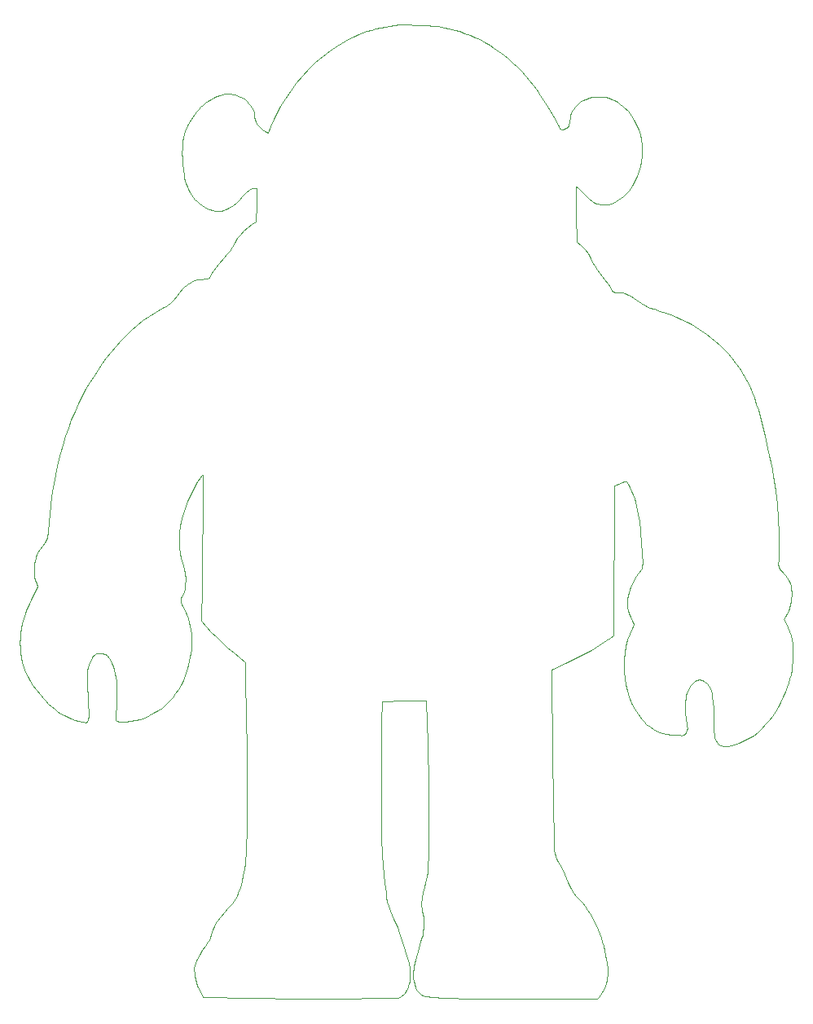
<source format=gbr>
%TF.GenerationSoftware,KiCad,Pcbnew,8.0.1*%
%TF.CreationDate,2024-04-02T10:46:19+02:00*%
%TF.ProjectId,ROBO_III,524f424f-5f49-4494-992e-6b696361645f,rev?*%
%TF.SameCoordinates,Original*%
%TF.FileFunction,Profile,NP*%
%FSLAX46Y46*%
G04 Gerber Fmt 4.6, Leading zero omitted, Abs format (unit mm)*
G04 Created by KiCad (PCBNEW 8.0.1) date 2024-04-02 10:46:19*
%MOMM*%
%LPD*%
G01*
G04 APERTURE LIST*
%TA.AperFunction,Profile*%
%ADD10C,0.100000*%
%TD*%
G04 APERTURE END LIST*
D10*
X48619000Y-68070200D02*
X48640400Y-68106100D01*
X71367100Y-116221000D02*
X71246800Y-116572000D01*
X93027600Y-69366600D02*
X93203700Y-69736900D01*
X87179600Y-111463700D02*
X86942000Y-111111400D01*
X31400900Y-76323800D02*
X31320300Y-76514500D01*
X67677200Y-111450300D02*
X67552200Y-110482400D01*
X50853300Y-45458500D02*
X50277500Y-46106700D01*
X85137300Y-106408200D02*
X84975700Y-97364200D01*
X32371900Y-74732100D02*
X32175800Y-75092600D01*
X54221800Y-38220200D02*
X54195600Y-39978600D01*
X52030700Y-28558900D02*
X51761900Y-28494700D01*
X54564900Y-31914900D02*
X54345300Y-31658900D01*
X72032000Y-109262500D02*
X71915800Y-109808500D01*
X37832400Y-86568400D02*
X37967200Y-86564700D01*
X89693500Y-115282000D02*
X89508000Y-114858000D01*
X47334000Y-48046700D02*
X47115800Y-48178800D01*
X40432600Y-93674500D02*
X40573400Y-93692800D01*
X42590000Y-93265400D02*
X43061300Y-93059100D01*
X47287200Y-38639500D02*
X47452800Y-38910100D01*
X87578300Y-29527300D02*
X87339900Y-29775600D01*
X39161400Y-87590300D02*
X39303400Y-87955600D01*
X108152300Y-69632600D02*
X107941200Y-68174800D01*
X50554200Y-40594100D02*
X50767900Y-40545500D01*
X47833400Y-39412800D02*
X48047900Y-39641000D01*
X70587700Y-119077000D02*
X70541100Y-119397000D01*
X92463000Y-89179300D02*
X92577800Y-89841800D01*
X81929200Y-122539000D02*
X85779800Y-122537000D01*
X58329400Y-27314900D02*
X57748800Y-28095400D01*
X85682800Y-31922500D02*
X85657000Y-31816100D01*
X46298300Y-73411700D02*
X46397400Y-72864800D01*
X53956500Y-30574800D02*
X53962100Y-30401800D01*
X38496900Y-86722000D02*
X38617200Y-86799200D01*
X39419700Y-88325300D02*
X39512500Y-88698900D01*
X50063600Y-28703700D02*
X49756300Y-28839700D01*
X46482100Y-34591500D02*
X46497100Y-35164600D01*
X48523700Y-40041500D02*
X48784500Y-40209900D01*
X97754800Y-95106300D02*
X98225700Y-95103000D01*
X109975000Y-86504500D02*
X109953000Y-86051300D01*
X53222400Y-29235600D02*
X53011600Y-29056600D01*
X48897100Y-117030000D02*
X48596500Y-117457000D01*
X67205500Y-99799600D02*
X67215800Y-97851500D01*
X34568300Y-93232600D02*
X34937600Y-93393700D01*
X86540500Y-110365600D02*
X86204300Y-109585100D01*
X48471800Y-83183100D02*
X48976700Y-83795300D01*
X94729600Y-93938900D02*
X95097000Y-94243000D01*
X93506000Y-37514700D02*
X93749400Y-37019200D01*
X109946700Y-87414200D02*
X109972600Y-86959300D01*
X36107200Y-93719000D02*
X36516800Y-93769000D01*
X32511200Y-74347200D02*
X32450200Y-74543400D01*
X67726600Y-111932500D02*
X67677200Y-111450300D01*
X87421000Y-38081500D02*
X87580800Y-38191500D01*
X72073300Y-100374400D02*
X72089200Y-102596400D01*
X71779000Y-110354500D02*
X71638600Y-110901200D01*
X31103000Y-78312900D02*
X31149300Y-78660600D01*
X31712600Y-75785100D02*
X31495200Y-76139600D01*
X36712900Y-92031400D02*
X36693500Y-91728300D01*
X47806800Y-47825800D02*
X47562800Y-47910500D01*
X53222900Y-99783800D02*
X53224900Y-102226800D01*
X109529200Y-78993700D02*
X109373200Y-78710100D01*
X104439900Y-56982700D02*
X104050800Y-56426300D01*
X92493500Y-68745900D02*
X92576100Y-68752600D01*
X76385800Y-22334670D02*
X75856100Y-22131680D01*
X88855500Y-113635200D02*
X88606100Y-113245900D01*
X47138300Y-38358800D02*
X47287200Y-38639500D01*
X93077000Y-82822900D02*
X93288700Y-83194100D01*
X107102500Y-93997400D02*
X107475600Y-93567000D01*
X50767900Y-40545500D02*
X50976600Y-40477900D01*
X92464100Y-49187300D02*
X92244700Y-49133300D01*
X53293400Y-42324600D02*
X52905100Y-42672600D01*
X47529500Y-69721300D02*
X47793500Y-69230800D01*
X88748200Y-28883100D02*
X88430100Y-28993000D01*
X68870300Y-122380000D02*
X69089600Y-122297000D01*
X92951200Y-91128400D02*
X93210100Y-91744800D01*
X94273900Y-34873700D02*
X94292600Y-34317700D01*
X36693500Y-91728300D02*
X36711200Y-91433600D01*
X90534500Y-39955100D02*
X90816300Y-39915800D01*
X69737000Y-121734000D02*
X69847300Y-121547000D01*
X93879700Y-72095800D02*
X93999200Y-72910100D01*
X108481100Y-76990900D02*
X108494200Y-75516800D01*
X69939200Y-121348000D02*
X70014100Y-121137000D01*
X45042200Y-50367100D02*
X44835800Y-50507100D01*
X91998300Y-29496200D02*
X91718700Y-29304200D01*
X53224900Y-102226800D02*
X53195700Y-104664000D01*
X46762800Y-32333500D02*
X46630200Y-32888600D01*
X56019000Y-31091700D02*
X55698000Y-31785200D01*
X93458300Y-31144500D02*
X93161200Y-30682500D01*
X36736500Y-93375800D02*
X36771500Y-93235600D01*
X48321800Y-47749800D02*
X48061400Y-47777400D01*
X36711200Y-91433600D02*
X36687700Y-90867700D01*
X80835400Y-25189600D02*
X80361700Y-24770100D01*
X91352500Y-39748500D02*
X91606100Y-39625300D01*
X106148900Y-60666500D02*
X105925700Y-60021300D01*
X41604500Y-93563000D02*
X42103800Y-93434000D01*
X85033700Y-30716900D02*
X84379100Y-29629700D01*
X77920200Y-23070730D02*
X77418700Y-22804440D01*
X68102600Y-113316600D02*
X67946800Y-112863900D01*
X70501400Y-120035000D02*
X70513600Y-120352000D01*
X46184800Y-75069000D02*
X46190400Y-74514900D01*
X30202000Y-88527900D02*
X30414700Y-88995500D01*
X65236300Y-22113050D02*
X64787400Y-22292740D01*
X100313800Y-89338400D02*
X100442500Y-89366100D01*
X46350200Y-89865500D02*
X46578200Y-89401700D01*
X90355500Y-121372000D02*
X90452200Y-121115000D01*
X93916900Y-32142800D02*
X93710200Y-31632700D01*
X48589800Y-68056200D02*
X48619000Y-68070200D01*
X50108300Y-114471800D02*
X49948400Y-114728000D01*
X98822700Y-93400800D02*
X98764600Y-92799000D01*
X54167500Y-31376200D02*
X54039200Y-31070100D01*
X37342100Y-86785100D02*
X37453400Y-86698600D01*
X106704400Y-94401700D02*
X107102500Y-93997400D01*
X86928900Y-30457200D02*
X86856800Y-30667100D01*
X39762200Y-93662600D02*
X39912200Y-93684100D01*
X90646300Y-120318000D02*
X90679200Y-120045000D01*
X93716000Y-71290100D02*
X93879700Y-72095800D01*
X93398700Y-83658400D02*
X93373600Y-83751200D01*
X34629900Y-63152100D02*
X34329900Y-64018000D01*
X37241400Y-86894800D02*
X37342100Y-86785100D01*
X30414700Y-88995500D02*
X30661900Y-89447600D01*
X52309500Y-111528300D02*
X52181900Y-111823800D01*
X95916900Y-94708300D02*
X96359300Y-94872300D01*
X50635300Y-85495300D02*
X51224300Y-86026000D01*
X100050800Y-89353300D02*
X100182900Y-89333400D01*
X69284800Y-122188000D02*
X69457000Y-122056000D01*
X94242300Y-77790200D02*
X93884800Y-78298100D01*
X98970200Y-90706600D02*
X99078100Y-90433500D01*
X92220500Y-29670000D02*
X91998300Y-29496200D01*
X51179900Y-40392700D02*
X51377600Y-40291600D01*
X53031700Y-38785900D02*
X53201400Y-38631400D01*
X50113000Y-40627200D02*
X50335800Y-40621800D01*
X94295700Y-77503700D02*
X94242300Y-77790200D01*
X70541100Y-119397000D02*
X70511500Y-119717000D01*
X109898300Y-87868000D02*
X109946700Y-87414200D01*
X31157200Y-80372900D02*
X30783300Y-81054700D01*
X90696300Y-119771000D02*
X90697600Y-119496000D01*
X64787400Y-22292740D02*
X64344800Y-22487600D01*
X32797600Y-71184800D02*
X32702800Y-72097900D01*
X29878100Y-87554200D02*
X30023300Y-88046700D01*
X98953700Y-94592300D02*
X98977100Y-94384500D01*
X94808500Y-50574100D02*
X94607300Y-50469100D01*
X91342900Y-84714300D02*
X91434700Y-69118600D01*
X90154500Y-116591000D02*
X90016800Y-116149000D01*
X75856100Y-22131680D02*
X75318600Y-21950270D01*
X39618300Y-93329600D02*
X39598100Y-93423200D01*
X51922100Y-43889600D02*
X51653700Y-44338400D01*
X87512800Y-43817800D02*
X87454500Y-40934800D01*
X30596200Y-81395900D02*
X30422500Y-81743500D01*
X74231000Y-122416000D02*
X76154800Y-122475000D01*
X55397600Y-32487800D02*
X55098700Y-32332800D01*
X48596500Y-117457000D02*
X48303200Y-117887000D01*
X36866700Y-58443000D02*
X36477100Y-59114200D01*
X95589700Y-50823700D02*
X95016000Y-50664900D01*
X105681300Y-59386000D02*
X105413000Y-58762400D01*
X71592500Y-114776000D02*
X71575400Y-115141000D01*
X90593800Y-85271100D02*
X90972500Y-84999300D01*
X47793500Y-69230800D02*
X48074900Y-68752900D01*
X52219900Y-43459400D02*
X51922100Y-43889600D01*
X61835200Y-23950880D02*
X61060700Y-24540400D01*
X43691900Y-51112500D02*
X43038700Y-51535500D01*
X98785400Y-94945200D02*
X98889900Y-94784000D01*
X93463900Y-49698900D02*
X93078700Y-49457300D01*
X46458800Y-81518900D02*
X46383600Y-81305100D01*
X42408500Y-51988900D02*
X41801000Y-52470800D01*
X88430100Y-28993000D02*
X88126800Y-29136600D01*
X92720100Y-68828000D02*
X92779400Y-68902500D01*
X52830400Y-109667500D02*
X52697300Y-110301100D01*
X67192900Y-103691000D02*
X67192200Y-101746100D01*
X108950100Y-91127200D02*
X109164000Y-90602700D01*
X36784900Y-92644200D02*
X36712900Y-92031400D01*
X86942000Y-111111400D02*
X86730600Y-110744300D01*
X87428100Y-39496600D02*
X87421000Y-38081500D01*
X81290400Y-25627600D02*
X80835400Y-25189600D01*
X90972500Y-84999300D02*
X91342900Y-84714300D01*
X99786300Y-89477500D02*
X99918300Y-89400600D01*
X89945700Y-39932600D02*
X90244200Y-39961400D01*
X86204300Y-109585100D02*
X85893700Y-108794400D01*
X88661500Y-45059600D02*
X88315500Y-44612900D01*
X85955900Y-32151100D02*
X85886700Y-32140300D01*
X109590800Y-81854200D02*
X109683900Y-81535800D01*
X46578200Y-89401700D02*
X46772300Y-88923900D01*
X87356900Y-87105300D02*
X88190600Y-86687800D01*
X47971100Y-120798000D02*
X48084600Y-121113000D01*
X85886700Y-32140300D02*
X85823400Y-32113700D01*
X89357100Y-46339700D02*
X89140900Y-45950900D01*
X92879900Y-49352100D02*
X92675400Y-49261100D01*
X53996100Y-30909400D02*
X53968200Y-30744200D01*
X92603600Y-85832000D02*
X92480600Y-86493000D01*
X98764600Y-92799000D02*
X98745100Y-92186900D01*
X67304700Y-107575100D02*
X67224700Y-105634100D01*
X46914200Y-48329800D02*
X46726500Y-48496600D01*
X82553900Y-27038800D02*
X82148700Y-26553600D01*
X38829600Y-86992300D02*
X38917800Y-87106000D01*
X85295100Y-107661900D02*
X85195900Y-107362600D01*
X46655400Y-36870600D02*
X46716300Y-37173000D01*
X54818600Y-32140700D02*
X54564900Y-31914900D01*
X32175800Y-75092600D02*
X31947800Y-75439900D01*
X85779800Y-122537000D02*
X89630000Y-122540000D01*
X46892100Y-37774500D02*
X47006600Y-38069800D01*
X89757700Y-28748800D02*
X89415400Y-28761600D01*
X93373600Y-83751200D02*
X93326600Y-83843800D01*
X52181900Y-111823800D02*
X52040200Y-112113800D01*
X48911100Y-29372700D02*
X48654700Y-29586900D01*
X101589700Y-91070100D02*
X101663400Y-91651400D01*
X31256600Y-76713200D02*
X31212800Y-76921100D01*
X53198500Y-97337000D02*
X53222900Y-99783800D01*
X93710200Y-31632700D02*
X93458300Y-31144500D01*
X92779400Y-68902500D02*
X92828900Y-69005600D01*
X29860600Y-83462500D02*
X29756400Y-83968700D01*
X89140900Y-45950900D02*
X88962100Y-45538500D01*
X92303400Y-39126000D02*
X92513300Y-38924400D01*
X84975700Y-97364200D02*
X84839000Y-88319800D01*
X90679200Y-120045000D02*
X90696300Y-119771000D01*
X76154800Y-122475000D02*
X78079200Y-122511000D01*
X108447100Y-77168700D02*
X108481100Y-76990900D01*
X37700600Y-86591200D02*
X37832400Y-86568400D01*
X71409900Y-21304850D02*
X70840800Y-21304740D01*
X50933200Y-28464600D02*
X50656800Y-28512500D01*
X67565200Y-21457040D02*
X67089000Y-21554480D01*
X51139400Y-45133700D02*
X50853300Y-45458500D01*
X71347800Y-122041000D02*
X71542800Y-122139000D01*
X32569000Y-73926600D02*
X32551900Y-74142000D01*
X47031600Y-88160000D02*
X47140700Y-87768800D01*
X98977100Y-94384500D02*
X98960300Y-94175000D01*
X93210100Y-91744800D02*
X93517300Y-92337900D01*
X109347300Y-82466900D02*
X109478000Y-82165300D01*
X93288700Y-83194100D02*
X93369200Y-83379900D01*
X47851800Y-118791000D02*
X47787800Y-119033000D01*
X47376800Y-84138700D02*
X47306700Y-83740300D01*
X53587600Y-29651300D02*
X53415100Y-29434200D01*
X88315500Y-44612900D02*
X87930400Y-44198900D01*
X33582400Y-66664100D02*
X33381400Y-67559400D01*
X67089000Y-21554480D02*
X66617800Y-21669230D01*
X36104400Y-59791300D02*
X35693000Y-60614400D01*
X66340200Y-122456000D02*
X68870300Y-122380000D01*
X51761900Y-28494700D02*
X51487900Y-28456800D01*
X102485300Y-96172400D02*
X102725000Y-96253200D01*
X44835800Y-50507100D02*
X44612200Y-50626300D01*
X47446200Y-47971200D02*
X47334000Y-48046700D01*
X92828900Y-69005600D02*
X93027600Y-69366600D01*
X48666800Y-68589600D02*
X48668800Y-68914700D01*
X47635000Y-39168500D02*
X47833400Y-39412800D01*
X109755900Y-81212300D02*
X109804900Y-80886000D01*
X33047000Y-69364900D02*
X32912100Y-70273500D01*
X37453400Y-86698600D02*
X37573600Y-86634300D01*
X34956500Y-62295600D02*
X34629900Y-63152100D01*
X82944400Y-27536800D02*
X82553900Y-27038800D01*
X69552100Y-117206000D02*
X69180600Y-116152000D01*
X39672500Y-89839300D02*
X39693900Y-90224400D01*
X67214300Y-93747600D02*
X67241400Y-91593200D01*
X45799800Y-90742900D02*
X46090200Y-90313300D01*
X100806700Y-89561100D02*
X101022300Y-89760900D01*
X52905100Y-42672600D02*
X52547400Y-43052300D01*
X46090200Y-90313300D02*
X46350200Y-89865500D01*
X87761800Y-112142400D02*
X87448400Y-111798300D01*
X63479400Y-22921050D02*
X63057100Y-23158790D01*
X88583500Y-39167700D02*
X88876400Y-39438700D01*
X31098800Y-77612200D02*
X31086200Y-77962600D01*
X50062000Y-84948600D02*
X50635300Y-85495300D01*
X44763600Y-91900900D02*
X45134700Y-91538900D01*
X47769100Y-119816000D02*
X47807500Y-120151000D01*
X71366500Y-112554200D02*
X71365300Y-112832500D01*
X67368000Y-108544800D02*
X67304700Y-107575100D01*
X103160400Y-55381100D02*
X102748400Y-54946800D01*
X47750200Y-119284000D02*
X47742800Y-119545000D01*
X32017700Y-91246100D02*
X32295100Y-91546000D01*
X31329800Y-79337400D02*
X31464000Y-79661600D01*
X52932600Y-109025800D02*
X52830400Y-109667500D01*
X49461800Y-28997500D02*
X49180100Y-29175700D01*
X98453500Y-95119100D02*
X98551900Y-95098700D01*
X34209700Y-93048000D02*
X34568300Y-93232600D01*
X60320800Y-25175000D02*
X59617500Y-25851200D01*
X71978100Y-21328460D02*
X71409900Y-21304850D01*
X109181300Y-78441400D02*
X108952100Y-78190000D01*
X38237900Y-86611000D02*
X38369800Y-86658900D01*
X71246800Y-116572000D02*
X70889400Y-117805000D01*
X109905700Y-85600900D02*
X109832100Y-85154700D01*
X70513600Y-120352000D02*
X70550800Y-120667000D01*
X92818300Y-80592600D02*
X92765600Y-80898900D01*
X97832200Y-51636300D02*
X97281300Y-51406300D01*
X109737400Y-88766800D02*
X109828200Y-88319300D01*
X108494200Y-75516800D02*
X108473200Y-74041900D01*
X94324200Y-76904000D02*
X94321000Y-77207700D01*
X63908700Y-22697170D02*
X63479400Y-22921050D01*
X84379100Y-29629700D02*
X83685300Y-28565900D01*
X91419900Y-29139500D02*
X91105300Y-29002800D01*
X54163200Y-41741700D02*
X53712600Y-42012900D01*
X38617200Y-86799200D02*
X38728800Y-86889700D01*
X45480700Y-91152200D02*
X45799800Y-90742900D01*
X36877200Y-87540700D02*
X37001100Y-87282300D01*
X44612200Y-50626300D02*
X44368700Y-50721700D01*
X38142300Y-56483800D02*
X37698900Y-57126000D01*
X71545300Y-114041100D02*
X71582600Y-114408500D01*
X85568700Y-108238800D02*
X85421800Y-107953600D01*
X107035400Y-63969500D02*
X106716400Y-62640800D01*
X47742800Y-119545000D02*
X47769100Y-119816000D01*
X92513300Y-38924400D02*
X92711200Y-38709300D01*
X49655400Y-40563900D02*
X49886100Y-40608400D01*
X103250300Y-96245800D02*
X103812300Y-96108900D01*
X81727900Y-26082800D02*
X81290400Y-25627600D01*
X92405100Y-68755800D02*
X92493500Y-68745900D01*
X67946800Y-112863900D02*
X67819000Y-112403100D01*
X48654700Y-29586900D02*
X48410900Y-29816800D01*
X36646000Y-90299600D02*
X36606600Y-89732400D01*
X94194900Y-33211900D02*
X94078500Y-32670700D01*
X49474100Y-115841000D02*
X49407400Y-116146000D01*
X46726500Y-48496600D02*
X46550100Y-48676400D01*
X85657000Y-31816100D02*
X85033700Y-30716900D01*
X71420100Y-113392500D02*
X71480200Y-113674300D01*
X109953000Y-86051300D02*
X109905700Y-85600900D01*
X50976600Y-40477900D02*
X51179900Y-40392700D01*
X37153500Y-87028800D02*
X37241400Y-86894800D01*
X48551600Y-68067600D02*
X48589800Y-68056200D01*
X43516100Y-92817300D02*
X43952500Y-92542300D01*
X69847300Y-121547000D02*
X69939200Y-121348000D01*
X70014100Y-121137000D02*
X70073000Y-120918000D01*
X39598400Y-93499200D02*
X39617000Y-93559400D01*
X67224700Y-105634100D02*
X67192900Y-103691000D01*
X69020700Y-21272920D02*
X69020700Y-21272920D01*
X98745100Y-92186900D02*
X98754800Y-91881600D01*
X91344900Y-49047100D02*
X91242100Y-48973600D01*
X63057100Y-23158790D02*
X62642100Y-23409960D01*
X68469000Y-114205500D02*
X68279200Y-113763200D01*
X49519400Y-47152000D02*
X49325300Y-47540500D01*
X49673900Y-115265000D02*
X49563600Y-115547000D01*
X37273900Y-57779600D02*
X36866700Y-58443000D01*
X31947800Y-75439900D02*
X31712600Y-75785100D01*
X32886500Y-92110300D02*
X33200100Y-92371200D01*
X47045800Y-31733700D02*
X46762800Y-32333500D01*
X55698000Y-31785200D02*
X55397600Y-32487800D01*
X100442500Y-89366100D02*
X100568200Y-89414000D01*
X101841700Y-95423700D02*
X101941500Y-95663000D01*
X39512500Y-88698900D02*
X39584000Y-89076100D01*
X109731400Y-84713900D02*
X109602600Y-84280100D01*
X51754900Y-40048400D02*
X52105800Y-39761500D01*
X85195900Y-107362600D02*
X85131600Y-107054700D01*
X108307700Y-71097800D02*
X108152300Y-69632600D01*
X88059200Y-112498800D02*
X87761800Y-112142400D01*
X71542800Y-122139000D02*
X71747800Y-122216000D01*
X94311600Y-76594000D02*
X94324200Y-76904000D01*
X67241400Y-91593200D02*
X69555600Y-91531200D01*
X71638600Y-110901200D02*
X71511600Y-111449600D01*
X106716400Y-62640800D02*
X106541700Y-61978200D01*
X74223700Y-21653150D02*
X73668000Y-21537930D01*
X89193300Y-39669700D02*
X89364400Y-39764000D01*
X49747800Y-46787000D02*
X49519400Y-47152000D01*
X94078500Y-32670700D02*
X93916900Y-32142800D01*
X92765600Y-80898900D02*
X92738700Y-81207500D01*
X105834600Y-95119500D02*
X106281600Y-94776700D01*
X36779300Y-87803500D02*
X36877200Y-87540700D01*
X90421400Y-47770700D02*
X89867000Y-47068900D01*
X87580800Y-38191500D02*
X87733500Y-38313700D01*
X47807500Y-120151000D02*
X47876800Y-120477000D01*
X100448200Y-53059300D02*
X99946600Y-52738000D01*
X107475600Y-93567000D02*
X107823100Y-93113400D01*
X31324000Y-80023200D02*
X31157200Y-80372900D01*
X72070200Y-107040700D02*
X72032000Y-109262500D01*
X50850500Y-113504800D02*
X50463100Y-113978800D01*
X109829600Y-80559100D02*
X109828100Y-80233900D01*
X41215600Y-52979300D02*
X40651900Y-53512500D01*
X100568200Y-89414000D02*
X100689900Y-89479800D01*
X30783300Y-81054700D02*
X30596200Y-81395900D01*
X108440100Y-92148700D02*
X108708700Y-91643500D01*
X53712600Y-42012900D02*
X53293400Y-42324600D01*
X36589700Y-89169600D02*
X36615600Y-88614400D01*
X50335800Y-40621800D02*
X50554200Y-40594100D01*
X73668000Y-21537930D02*
X73108000Y-21445240D01*
X51414200Y-44801500D02*
X51139400Y-45133700D01*
X33861900Y-92841800D02*
X34209700Y-93048000D01*
X67552200Y-110482400D02*
X67449800Y-109513900D01*
X47425600Y-84540500D02*
X47376800Y-84138700D01*
X90382100Y-117490000D02*
X90276300Y-117038000D01*
X103812300Y-96108900D02*
X104352200Y-95924900D01*
X48410900Y-29816800D02*
X48179400Y-30060700D01*
X38728800Y-86889700D02*
X38829600Y-86992300D01*
X71915800Y-109808500D02*
X71779000Y-110354500D01*
X43952500Y-92542300D02*
X44368900Y-92236100D01*
X67215800Y-97851500D02*
X67206000Y-95902200D01*
X36651000Y-88340800D02*
X36704700Y-88070400D01*
X39702600Y-90999300D02*
X39680900Y-91777600D01*
X92396000Y-88509300D02*
X92463000Y-89179300D01*
X93544300Y-78837100D02*
X93240300Y-79402500D01*
X90653100Y-118946000D02*
X90607400Y-118673000D01*
X98225700Y-95103000D02*
X98344800Y-95121100D01*
X47452200Y-85757700D02*
X47462600Y-85351000D01*
X39584000Y-89076100D02*
X39636600Y-89456400D01*
X46539900Y-77234800D02*
X46379200Y-76728000D01*
X48278000Y-39851300D02*
X48523700Y-40041500D01*
X67819000Y-112403100D02*
X67726600Y-111932500D01*
X43061300Y-93059100D02*
X43516100Y-92817300D01*
X38604700Y-55855200D02*
X38142300Y-56483800D01*
X92991000Y-84549700D02*
X92773700Y-85182900D01*
X48074900Y-68752900D02*
X48372200Y-68288500D01*
X31224900Y-79002900D02*
X31329800Y-79337400D01*
X89306400Y-114441900D02*
X89089000Y-114034100D01*
X90778400Y-28894800D02*
X90442600Y-28816000D01*
X109164000Y-90602700D02*
X109349900Y-90072900D01*
X109497300Y-89644900D02*
X109626700Y-89209100D01*
X92738700Y-81207500D02*
X92740200Y-81517800D01*
X109349900Y-90072900D02*
X109497300Y-89644900D01*
X101704400Y-92813900D02*
X101706800Y-93981300D01*
X31464000Y-79661600D02*
X31324000Y-80023200D01*
X97281300Y-51406300D02*
X96723300Y-51194300D01*
X46543000Y-33451400D02*
X46495500Y-34019800D01*
X85131600Y-107054700D02*
X85109600Y-106736900D01*
X48976700Y-83795300D02*
X49507900Y-84382800D01*
X70615700Y-120978000D02*
X70710800Y-121287000D01*
X101532900Y-90779100D02*
X101589700Y-91070100D01*
X34055900Y-64892600D02*
X33806900Y-65774900D01*
X48645100Y-72481900D02*
X48591200Y-76049000D01*
X54345300Y-31658900D02*
X54167500Y-31376200D01*
X41801000Y-52470800D02*
X41215600Y-52979300D01*
X33806900Y-65774900D02*
X33582400Y-66664100D01*
X36615600Y-88614400D02*
X36651000Y-88340800D01*
X91089100Y-39846200D02*
X91352500Y-39748500D01*
X72088800Y-104818600D02*
X72070200Y-107040700D01*
X53962100Y-30401800D02*
X53863300Y-30136200D01*
X43038700Y-51535500D02*
X42408500Y-51988900D01*
X46776400Y-82156200D02*
X46556200Y-81732200D01*
X109828200Y-88319300D02*
X109898300Y-87868000D01*
X90442600Y-28816000D02*
X90101200Y-28767200D01*
X96723300Y-51194300D02*
X96159100Y-51000100D01*
X48591200Y-76049000D02*
X48526900Y-79616000D01*
X89089000Y-114034100D02*
X88855500Y-113635200D01*
X88126800Y-29136600D02*
X87841700Y-29314500D01*
X89863100Y-115712000D02*
X89693500Y-115282000D01*
X89739200Y-39898000D02*
X89945700Y-39932600D01*
X102086700Y-95871400D02*
X102270300Y-96043200D01*
X99946600Y-52738000D02*
X99433200Y-52435100D01*
X109651100Y-79290200D02*
X109529200Y-78993700D01*
X91242100Y-48973600D02*
X91154400Y-48877500D01*
X70550800Y-120667000D02*
X70615700Y-120978000D01*
X65691100Y-21948940D02*
X65236300Y-22113050D01*
X89807500Y-122325000D02*
X89968800Y-122099000D01*
X48061400Y-47777400D02*
X47806800Y-47825800D01*
X92740500Y-90492800D02*
X92951200Y-91128400D01*
X71878100Y-91493600D02*
X71998700Y-95932000D01*
X108710500Y-77938300D02*
X108611900Y-77800400D01*
X53737700Y-29885600D02*
X53587600Y-29651300D01*
X68531300Y-21315830D02*
X68046000Y-21377350D01*
X36684000Y-93511800D02*
X36736500Y-93375800D01*
X48047900Y-39641000D02*
X48278000Y-39851300D01*
X85893700Y-108794400D02*
X85568700Y-108238800D01*
X51224300Y-86026000D02*
X51825500Y-86543500D01*
X93369200Y-83379900D02*
X93404500Y-83565600D01*
X32295100Y-91546000D02*
X32584700Y-91834700D01*
X103625200Y-55891800D02*
X103160400Y-55381100D01*
X94607300Y-50469100D02*
X94218700Y-50227600D01*
X105118400Y-58152700D02*
X104794900Y-57558800D01*
X90546100Y-118402000D02*
X90472100Y-117945000D01*
X30422500Y-81743500D02*
X30272200Y-82101900D01*
X92740200Y-81517800D02*
X92772400Y-81829100D01*
X92404900Y-87162200D02*
X92376700Y-87835600D01*
X70511500Y-119717000D02*
X70501400Y-120035000D01*
X39651900Y-93605600D02*
X39701000Y-93639400D01*
X105925700Y-60021300D02*
X105681300Y-59386000D01*
X108473200Y-74041900D02*
X108412800Y-72568200D01*
X53011200Y-108380200D02*
X52932600Y-109025800D01*
X93884800Y-78298100D02*
X93544300Y-78837100D01*
X69020700Y-21272920D02*
X68531300Y-21315830D01*
X70994400Y-121770000D02*
X71164500Y-121919000D01*
X30155200Y-82475900D02*
X29993800Y-82964100D01*
X92837800Y-82140900D02*
X92938600Y-82452600D01*
X101941500Y-95663000D02*
X102086700Y-95871400D01*
X37967200Y-86564700D02*
X38103100Y-86579200D01*
X92652000Y-68779000D02*
X92720100Y-68828000D01*
X102319200Y-54531500D02*
X101873600Y-54135200D01*
X46772500Y-78289000D02*
X46674600Y-77757200D01*
X89545900Y-39840900D02*
X89739200Y-39898000D01*
X94087700Y-73724900D02*
X94223800Y-75323700D01*
X93240300Y-79402500D02*
X93108000Y-79693500D01*
X101794100Y-95159600D02*
X101841700Y-95423700D01*
X29993800Y-82964100D02*
X29860600Y-83462500D01*
X47939000Y-118556000D02*
X47851800Y-118791000D01*
X87448400Y-111798300D02*
X87179600Y-111463700D01*
X51377600Y-40291600D02*
X51754900Y-40048400D01*
X52526100Y-110922700D02*
X52309500Y-111528300D01*
X52784900Y-28898300D02*
X52544400Y-28761800D01*
X87733500Y-38313700D02*
X88023600Y-38585400D01*
X99918300Y-89400600D02*
X100050800Y-89353300D01*
X70840800Y-21304740D02*
X69931000Y-21276900D01*
X98551900Y-95098700D02*
X98640000Y-95061700D01*
X86106100Y-32131800D02*
X85955900Y-32151100D01*
X107330700Y-65289400D02*
X107035400Y-63969500D01*
X47753300Y-30584800D02*
X47375600Y-31146600D01*
X104352200Y-95924900D02*
X104869400Y-95696600D01*
X88023600Y-38585400D02*
X88583500Y-39167700D01*
X68858700Y-115084000D02*
X68469000Y-114205500D01*
X69931000Y-21276900D02*
X69020700Y-21272920D01*
X92938600Y-82452600D02*
X92988000Y-82637500D01*
X46716300Y-37173000D02*
X46795300Y-37474900D01*
X47006600Y-38069800D02*
X47138300Y-38358800D01*
X47100100Y-82957900D02*
X46962100Y-82575700D01*
X88340600Y-112866900D02*
X88059200Y-112498800D01*
X104050800Y-56426300D02*
X103625200Y-55891800D01*
X46341000Y-80876400D02*
X46475100Y-80635700D01*
X38103100Y-86579200D02*
X38237900Y-86611000D01*
X91718700Y-29304200D02*
X91419900Y-29139500D01*
X87019000Y-30254200D02*
X86928900Y-30457200D01*
X46878700Y-82366600D02*
X46776400Y-82156200D01*
X109740500Y-79597200D02*
X109651100Y-79290200D01*
X47876800Y-120477000D02*
X47971100Y-120798000D01*
X70139200Y-119353000D02*
X70035800Y-118805000D01*
X46795300Y-37474900D02*
X46892100Y-37774500D01*
X104869400Y-95696600D02*
X105363700Y-95427200D01*
X44368700Y-50721700D02*
X43691900Y-51112500D01*
X33525300Y-92615600D02*
X33861900Y-92841800D01*
X39680900Y-91777600D02*
X39618300Y-93329600D01*
X92675400Y-49261100D02*
X92464100Y-49187300D01*
X70117200Y-120694000D02*
X70166100Y-120235000D01*
X90242700Y-121621000D02*
X90355500Y-121372000D01*
X32584700Y-91834700D02*
X32886500Y-92110300D01*
X29686100Y-86543700D02*
X29765900Y-87052400D01*
X46857500Y-71256900D02*
X47060000Y-70735500D01*
X50383900Y-28591300D02*
X50063600Y-28703700D01*
X86718000Y-31318500D02*
X86659300Y-31751400D01*
X46383600Y-81305100D02*
X46340900Y-81090900D01*
X86856800Y-30667100D02*
X86799700Y-30881900D01*
X93404500Y-83565600D02*
X93398700Y-83658400D01*
X86730600Y-110744300D02*
X86540500Y-110365600D01*
X47960200Y-30317300D02*
X47753300Y-30584800D01*
X53050000Y-87550300D02*
X53077400Y-89993000D01*
X92772400Y-81829100D02*
X92837800Y-82140900D01*
X71582600Y-114408500D02*
X71592500Y-114776000D01*
X92082000Y-39311600D02*
X92303400Y-39126000D01*
X53011600Y-29056600D02*
X52784900Y-28898300D01*
X58744300Y-122489000D02*
X61276900Y-122503000D01*
X92376700Y-87835600D02*
X92396000Y-88509300D01*
X45905500Y-49462400D02*
X45583500Y-49853000D01*
X69897100Y-118266000D02*
X69732700Y-117734000D01*
X90607400Y-118673000D02*
X90546100Y-118402000D01*
X92773700Y-85182900D02*
X92603600Y-85832000D01*
X31212800Y-76921100D02*
X31141000Y-77264200D01*
X59617500Y-25851200D02*
X58953000Y-26565700D01*
X29636500Y-84996300D02*
X29622000Y-85513500D01*
X91154400Y-48877500D02*
X91078700Y-48762400D01*
X55098700Y-32332800D02*
X54818600Y-32140700D01*
X69089600Y-122297000D02*
X69284800Y-122188000D01*
X91466200Y-49094500D02*
X91344900Y-49047100D01*
X71462200Y-115865000D02*
X71367100Y-116221000D01*
X93108000Y-79693500D02*
X92991900Y-79989300D01*
X47787800Y-119033000D02*
X47750200Y-119284000D01*
X49756300Y-28839700D02*
X49461800Y-28997500D01*
X40109500Y-54068600D02*
X39587700Y-54645700D01*
X75318600Y-21950270D02*
X74774200Y-21790680D01*
X37698900Y-57126000D02*
X37273900Y-57779600D01*
X47377400Y-86569400D02*
X47423600Y-86164100D01*
X46772300Y-88923900D02*
X47031600Y-88160000D01*
X90101200Y-28767200D02*
X89757700Y-28748800D01*
X47423600Y-86164100D02*
X47452200Y-85757700D01*
X53195700Y-104664000D02*
X53126700Y-107093400D01*
X103115400Y-96270600D02*
X103250300Y-96245800D01*
X47306700Y-83740300D02*
X47214800Y-83346400D01*
X92577800Y-89841800D02*
X92740500Y-90492800D01*
X46740200Y-79880300D02*
X46787300Y-79620000D01*
X92480600Y-86493000D02*
X92404900Y-87162200D01*
X95097000Y-94243000D02*
X95494400Y-94499000D01*
X56725200Y-29736700D02*
X56361100Y-30408400D01*
X102725000Y-96253200D02*
X102982300Y-96279600D01*
X71961400Y-122273000D02*
X72408100Y-122343000D01*
X92576100Y-68752600D02*
X92652000Y-68779000D01*
X79354800Y-23992350D02*
X78889100Y-23664920D01*
X46534800Y-35736800D02*
X46655400Y-36870600D01*
X98344800Y-95121100D02*
X98453500Y-95119100D01*
X108532600Y-77654400D02*
X108476400Y-77500500D01*
X53077400Y-89993000D02*
X53117000Y-92439600D01*
X100689900Y-89479800D02*
X100806700Y-89561100D01*
X47060000Y-70735500D02*
X47284500Y-70223300D01*
X45134700Y-91538900D02*
X45480700Y-91152200D01*
X93495000Y-70501100D02*
X93613500Y-70893100D01*
X73336900Y-122378000D02*
X73794400Y-122386000D01*
X38369800Y-86658900D02*
X38496900Y-86722000D01*
X45233800Y-50209300D02*
X45042200Y-50367100D01*
X88190600Y-86687800D02*
X89011800Y-86248900D01*
X39587700Y-54645700D02*
X39086300Y-55241800D01*
X69607300Y-121904000D02*
X69737000Y-121734000D01*
X89968800Y-122099000D02*
X90113800Y-121864000D01*
X91813000Y-68999200D02*
X92215400Y-68813800D01*
X92016000Y-49102200D02*
X91776800Y-49096700D01*
X86550700Y-31865700D02*
X86414800Y-31975900D01*
X96359300Y-94872300D02*
X96816400Y-94992300D01*
X53678600Y-122421000D02*
X58744300Y-122489000D01*
X69457000Y-122056000D02*
X69607300Y-121904000D01*
X46787300Y-79620000D02*
X46815900Y-79356700D01*
X69555600Y-91531200D02*
X71878100Y-91493600D01*
X89031100Y-39560400D02*
X89193300Y-39669700D01*
X47115800Y-48178800D02*
X46914200Y-48329800D01*
X94101500Y-35970700D02*
X94210200Y-35426100D01*
X102748400Y-54946800D02*
X102319200Y-54531500D01*
X106541700Y-61978200D02*
X106353400Y-61319400D01*
X71998700Y-95932000D02*
X72073300Y-100374400D01*
X64344800Y-22487600D02*
X63908700Y-22697170D01*
X48372200Y-68288500D02*
X48503300Y-68107900D01*
X98909100Y-52150600D02*
X98375100Y-51884400D01*
X61060700Y-24540400D02*
X60320800Y-25175000D01*
X109799000Y-79912500D02*
X109740500Y-79597200D01*
X38917800Y-87106000D02*
X38991400Y-87230000D01*
X35317400Y-93529600D02*
X35707300Y-93638700D01*
X85823400Y-32113700D02*
X85767400Y-32069600D01*
X105363700Y-95427200D02*
X105834600Y-95119500D01*
X50463100Y-113978800D02*
X50108300Y-114471800D01*
X98903500Y-93978000D02*
X98822700Y-93400800D01*
X109200100Y-82756800D02*
X109347300Y-82466900D01*
X48668800Y-68914700D02*
X48645100Y-72481900D01*
X87454500Y-40934800D02*
X87428100Y-39496600D01*
X67449800Y-109513900D02*
X67368000Y-108544800D01*
X49563600Y-115547000D02*
X49474100Y-115841000D01*
X73108000Y-21445240D02*
X72544400Y-21375340D01*
X92711200Y-38709300D02*
X92896700Y-38483000D01*
X36477100Y-59114200D02*
X36104400Y-59791300D01*
X102982300Y-96279600D02*
X103115400Y-96270600D01*
X94266300Y-33762300D02*
X94194900Y-33211900D01*
X39636600Y-89456400D02*
X39672500Y-89839300D01*
X51655900Y-112580400D02*
X51253700Y-113041400D01*
X69020700Y-21272920D02*
X69020700Y-21272920D01*
X101022300Y-89760900D02*
X101207900Y-89994500D01*
X34329900Y-64018000D02*
X34055900Y-64892600D01*
X109804900Y-80886000D02*
X109829600Y-80559100D01*
X89415400Y-28761600D02*
X89077800Y-28806100D01*
X46497100Y-35164600D02*
X46534800Y-35736800D01*
X51211000Y-28446400D02*
X50933200Y-28464600D01*
X39701000Y-93639400D02*
X39762200Y-93662600D01*
X56361100Y-30408400D02*
X56019000Y-31091700D01*
X78079200Y-122511000D02*
X81929200Y-122539000D01*
X46340900Y-81090900D02*
X46341000Y-80876400D01*
X52427900Y-39443900D02*
X52718700Y-39108800D01*
X39303400Y-87955600D02*
X39419700Y-88325300D01*
X109683900Y-81535800D02*
X109755900Y-81212300D01*
X71382500Y-113111900D02*
X71420100Y-113392500D01*
X47462600Y-85351000D02*
X47454000Y-84944900D01*
X47235200Y-87372700D02*
X47314300Y-86972600D01*
X49089600Y-47638400D02*
X48840600Y-47695700D01*
X46815900Y-79356700D02*
X46827400Y-79091200D01*
X89602100Y-46710500D02*
X89357100Y-46339700D01*
X90452200Y-121115000D02*
X90532800Y-120854000D01*
X49802900Y-114992000D02*
X49673900Y-115265000D01*
X46190400Y-74514900D02*
X46228800Y-73962100D01*
X53117000Y-92439600D02*
X53198500Y-97337000D01*
X58953000Y-26565700D02*
X58329400Y-27314900D01*
X109828100Y-80233900D02*
X109799000Y-79912500D01*
X109626700Y-89209100D02*
X109737400Y-88766800D01*
X89508000Y-114858000D02*
X89306400Y-114441900D01*
X72544400Y-21375340D02*
X71978100Y-21328460D01*
X97283300Y-95069900D02*
X97754800Y-95106300D01*
X49176800Y-116596000D02*
X48897100Y-117030000D01*
X57748800Y-28095400D02*
X57213400Y-28903800D01*
X87841700Y-29314500D02*
X87578300Y-29527300D01*
X52544400Y-28761800D02*
X52292300Y-28648300D01*
X107823100Y-93113400D02*
X108144800Y-92639700D01*
X46673400Y-80136900D02*
X46740200Y-79880300D01*
X87339900Y-29775600D02*
X87130000Y-30060000D01*
X46674600Y-77757200D02*
X46539900Y-77234800D01*
X90016800Y-116149000D02*
X89863100Y-115712000D01*
X46524700Y-72322700D02*
X46678600Y-71786300D01*
X102270300Y-96043200D02*
X102485300Y-96172400D01*
X108952100Y-78190000D02*
X108825100Y-78068100D01*
X70035800Y-118805000D02*
X69897100Y-118266000D01*
X99078100Y-90433500D02*
X99211700Y-90172200D01*
X39598100Y-93423200D02*
X39598400Y-93499200D01*
X31320300Y-76514500D02*
X31256600Y-76713200D01*
X78889100Y-23664920D02*
X78410600Y-23357640D01*
X72408100Y-122343000D02*
X72870700Y-122371000D01*
X93228800Y-38006700D02*
X93506000Y-37514700D01*
X109832100Y-85154700D02*
X109731400Y-84713900D01*
X88962100Y-45538500D02*
X88661500Y-45059600D01*
X108144800Y-92639700D02*
X108440100Y-92148700D01*
X89077800Y-28806100D02*
X88748200Y-28883100D01*
X47214800Y-83346400D02*
X47100100Y-82957900D01*
X109602600Y-84280100D02*
X109444700Y-83854300D01*
X48179400Y-30060700D02*
X47960200Y-30317300D01*
X90113800Y-121864000D02*
X90242700Y-121621000D01*
X46585400Y-80388900D02*
X46673400Y-80136900D01*
X93999200Y-72910100D02*
X94087700Y-73724900D01*
X54039200Y-31070100D02*
X53996100Y-30909400D01*
X45413400Y-50037000D02*
X45233800Y-50209300D01*
X52040200Y-112113800D02*
X51655900Y-112580400D01*
X66151700Y-21800860D02*
X65691100Y-21948940D01*
X89867000Y-47068900D02*
X89602100Y-46710500D01*
X49948400Y-114728000D02*
X49802900Y-114992000D01*
X86262800Y-32069000D02*
X86106100Y-32131800D01*
X70710800Y-121287000D02*
X70839000Y-121591000D01*
X87930400Y-44198900D02*
X87512800Y-43817800D01*
X85109600Y-106736900D02*
X85137300Y-106408200D01*
X47452800Y-38910100D02*
X47635000Y-39168500D01*
X99563800Y-89692500D02*
X99786300Y-89477500D01*
X107941200Y-68174800D02*
X107813200Y-67449300D01*
X44368900Y-92236100D02*
X44763600Y-91900900D01*
X71164500Y-121919000D02*
X71347800Y-122041000D01*
X53381200Y-38491200D02*
X53572200Y-38372700D01*
X93947900Y-36503100D02*
X94101500Y-35970700D01*
X49886100Y-40608400D02*
X50113000Y-40627200D01*
X90276300Y-117038000D02*
X90154500Y-116591000D01*
X74774200Y-21790680D02*
X74223700Y-21653150D01*
X46962100Y-82575700D02*
X46878700Y-82366600D01*
X48526900Y-79616000D02*
X48471800Y-83183100D01*
X47375600Y-31146600D02*
X47045800Y-31733700D01*
X46220800Y-49062100D02*
X45905500Y-49462400D01*
X106281600Y-94776700D02*
X106704400Y-94401700D01*
X37001100Y-87282300D02*
X37153500Y-87028800D01*
X33200100Y-92371200D02*
X33525300Y-92615600D01*
X93872800Y-92903900D02*
X94276900Y-93438900D01*
X92244700Y-49133300D02*
X92016000Y-49102200D01*
X33203200Y-68460000D02*
X33047000Y-69364900D01*
X47140700Y-87768800D02*
X47235200Y-87372700D01*
X48840600Y-47695700D02*
X48583100Y-47727700D01*
X101663400Y-91651400D02*
X101696400Y-92232400D01*
X46277700Y-76176700D02*
X46213300Y-75623300D01*
X101732100Y-94568700D02*
X101794100Y-95159600D01*
X31149300Y-78660600D02*
X31224900Y-79002900D01*
X52292300Y-28648300D02*
X52030700Y-28558900D01*
X85767400Y-32069600D02*
X85720000Y-32006400D01*
X89011800Y-86248900D02*
X89814800Y-85779600D01*
X108412800Y-72568200D02*
X108307700Y-71097800D01*
X46397400Y-72864800D02*
X46524700Y-72322700D01*
X107508600Y-66006300D02*
X107330700Y-65289400D01*
X71480200Y-113674300D02*
X71545300Y-114041100D01*
X52718700Y-39108800D02*
X53031700Y-38785900D01*
X49325300Y-47540500D02*
X49089600Y-47638400D01*
X32450200Y-74543400D02*
X32371900Y-74732100D01*
X96816400Y-94992300D02*
X97283300Y-95069900D01*
X30661900Y-89447600D02*
X30944200Y-89881900D01*
X82148700Y-26553600D02*
X81727900Y-26082800D01*
X93517300Y-92337900D02*
X93872800Y-92903900D01*
X36704700Y-88070400D02*
X36779300Y-87803500D01*
X99433200Y-52435100D02*
X98909100Y-52150600D01*
X98754800Y-91881600D02*
X98780200Y-91579100D01*
X61276900Y-122503000D02*
X63809000Y-122494000D01*
X90816300Y-39915800D02*
X91089100Y-39846200D01*
X98640000Y-95061700D02*
X98717800Y-95010000D01*
X47314300Y-86972600D02*
X47377400Y-86569400D01*
X94223800Y-75323700D02*
X94262900Y-75961800D01*
X93078700Y-49457300D02*
X92879900Y-49352100D01*
X45583500Y-49853000D02*
X45413400Y-50037000D01*
X48503300Y-68107900D02*
X48551600Y-68067600D01*
X86414800Y-31975900D02*
X86262800Y-32069000D01*
X46495500Y-34019800D02*
X46482100Y-34591500D01*
X98375100Y-51884400D02*
X97832200Y-51636300D01*
X51253700Y-113041400D02*
X50850500Y-113504800D01*
X51653700Y-44338400D02*
X51414200Y-44801500D01*
X101696400Y-92232400D02*
X101704400Y-92813900D01*
X100937200Y-53399300D02*
X100448200Y-53059300D01*
X36516800Y-93769000D02*
X36611600Y-93643100D01*
X29622000Y-85513500D02*
X29638300Y-86030000D01*
X105413000Y-58762400D02*
X105118400Y-58152700D01*
X39912200Y-93684100D02*
X40264300Y-93676200D01*
X63809000Y-122494000D02*
X66340200Y-122456000D01*
X48614400Y-122347000D02*
X53678600Y-122421000D01*
X71365300Y-112832500D02*
X71382500Y-113111900D01*
X40573400Y-93692800D02*
X41093800Y-93649900D01*
X51487900Y-28456800D02*
X51211000Y-28446400D01*
X91776800Y-49096700D02*
X91609100Y-49112300D01*
X71531800Y-115505000D02*
X71462200Y-115865000D01*
X91849400Y-39478800D02*
X92082000Y-39311600D01*
X90532800Y-120854000D02*
X90597500Y-120588000D01*
X98889900Y-94784000D02*
X98953700Y-94592300D01*
X91078700Y-48762400D02*
X90950300Y-48489700D01*
X98780200Y-91579100D02*
X98823200Y-91281200D01*
X48640400Y-68106100D02*
X48664200Y-68230000D01*
X29638300Y-86030000D02*
X29686100Y-86543700D01*
X31262000Y-90296300D02*
X31752900Y-90936700D01*
X39086300Y-55241800D02*
X38604700Y-55855200D01*
X89814800Y-85779600D02*
X90593800Y-85271100D01*
X39617000Y-93559400D02*
X39651900Y-93605600D01*
X54195600Y-39978600D02*
X54163200Y-41741700D01*
X50003100Y-46440200D02*
X49747800Y-46787000D01*
X101460100Y-90487800D02*
X101532900Y-90779100D01*
X41093800Y-93649900D02*
X41604500Y-93563000D01*
X72870700Y-122371000D02*
X73336900Y-122378000D01*
X32551900Y-74142000D02*
X32511200Y-74347200D01*
X80361700Y-24770100D02*
X79868500Y-24370560D01*
X50656800Y-28512500D02*
X50383900Y-28591300D01*
X50277500Y-46106700D02*
X50003100Y-46440200D01*
X92988000Y-82637500D02*
X93077000Y-82822900D01*
X93613500Y-70893100D02*
X93716000Y-71290100D01*
X36798600Y-92944800D02*
X36784900Y-92644200D01*
X88876400Y-39438700D02*
X89031100Y-39560400D01*
X90597500Y-120588000D02*
X90646300Y-120318000D01*
X98823200Y-91281200D02*
X98885900Y-90989800D01*
X71511600Y-111449600D02*
X71415200Y-112000400D01*
X70889400Y-117805000D02*
X70720800Y-118438000D01*
X53991500Y-38229900D02*
X54221800Y-38220200D01*
X53572200Y-38372700D02*
X53775300Y-38283200D01*
X67206000Y-95902200D02*
X67214300Y-93747600D01*
X83685300Y-28565900D02*
X83321200Y-28046400D01*
X31141000Y-77264200D02*
X31098800Y-77612200D01*
X51825500Y-86543500D02*
X53050000Y-87550300D01*
X36687700Y-90867700D02*
X36646000Y-90299600D01*
X108708700Y-91643500D02*
X108950100Y-91127200D01*
X109972600Y-86959300D02*
X109975000Y-86504500D01*
X29681500Y-84480700D02*
X29636500Y-84996300D01*
X108476400Y-77500500D02*
X108446700Y-77338600D01*
X69008700Y-115621000D02*
X68858700Y-115084000D01*
X49300000Y-116373000D02*
X49176800Y-116596000D01*
X108446700Y-77338600D02*
X108447100Y-77168700D01*
X32626800Y-73012100D02*
X32569000Y-73926600D01*
X88606100Y-113245900D02*
X88340600Y-112866900D01*
X39693900Y-90224400D02*
X39702600Y-90999300D01*
X62642100Y-23409960D02*
X61835200Y-23950880D01*
X95494400Y-94499000D02*
X95916900Y-94708300D01*
X109256900Y-83438100D02*
X109038200Y-83032700D01*
X48303200Y-117887000D02*
X48045600Y-118328000D01*
X109038200Y-83032700D02*
X109200100Y-82756800D01*
X30944200Y-89881900D02*
X31262000Y-90296300D01*
X101706800Y-93981300D02*
X101732100Y-94568700D01*
X90693500Y-48125300D02*
X90421400Y-47770700D01*
X36606600Y-89732400D02*
X36589700Y-89169600D01*
X32702800Y-72097900D02*
X32626800Y-73012100D01*
X35707300Y-93638700D02*
X36107200Y-93719000D01*
X95016000Y-50664900D02*
X94808500Y-50574100D01*
X93326600Y-83843800D02*
X93255100Y-83936400D01*
X68046000Y-21377350D02*
X67565200Y-21457040D01*
X94292600Y-34317700D02*
X94266300Y-33762300D01*
X91434700Y-69118600D02*
X91616700Y-69079000D01*
X93359000Y-70115400D02*
X93495000Y-70501100D01*
X35693000Y-60614400D02*
X35310600Y-61449500D01*
X46827400Y-79091200D02*
X46823200Y-78824300D01*
X94276900Y-93438900D02*
X94497200Y-93693500D01*
X93161200Y-30682500D02*
X92818800Y-30250900D01*
X49407400Y-116146000D02*
X49300000Y-116373000D01*
X85720000Y-32006400D02*
X85682800Y-31922500D01*
X31752900Y-90936700D02*
X32017700Y-91246100D01*
X101873600Y-54135200D02*
X101412700Y-53757900D01*
X31086200Y-77962600D02*
X31103000Y-78312900D01*
X94210200Y-35426100D02*
X94273900Y-34873700D01*
X70170300Y-119782000D02*
X70139200Y-119353000D01*
X66617800Y-21669230D02*
X66151700Y-21800860D01*
X90244200Y-39961400D02*
X90534500Y-39955100D01*
X30023300Y-88046700D02*
X30202000Y-88527900D01*
X48084600Y-121113000D02*
X48345900Y-121733000D01*
X101356200Y-90243100D02*
X101460100Y-90487800D01*
X48583100Y-47727700D02*
X48321800Y-47749800D01*
X48664200Y-68230000D02*
X48666800Y-68589600D01*
X93749400Y-37019200D02*
X93947900Y-36503100D01*
X49060200Y-40354400D02*
X49350600Y-40473100D01*
X53126700Y-107093400D02*
X53011200Y-108380200D01*
X89364400Y-39764000D02*
X89545900Y-39840900D01*
X91606100Y-39625300D02*
X91849400Y-39478800D01*
X85421800Y-107953600D02*
X85295100Y-107661900D01*
X71575400Y-115141000D02*
X71531800Y-115505000D01*
X46678600Y-71786300D02*
X46857500Y-71256900D01*
X67192200Y-101746100D02*
X67205500Y-99799600D01*
X40651900Y-53512500D02*
X40109500Y-54068600D01*
X79868500Y-24370560D02*
X79354800Y-23992350D01*
X71747800Y-122216000D02*
X71961400Y-122273000D01*
X91609100Y-49112300D02*
X91466200Y-49094500D01*
X91105300Y-29002800D02*
X90778400Y-28894800D01*
X70839000Y-121591000D02*
X70994400Y-121770000D01*
X92991900Y-79989300D02*
X92894500Y-80289200D01*
X31495200Y-76139600D02*
X31400900Y-76323800D01*
X47284500Y-70223300D02*
X47529500Y-69721300D01*
X46213300Y-75623300D02*
X46184800Y-75069000D01*
X106353400Y-61319400D02*
X106148900Y-60666500D01*
X70073000Y-120918000D02*
X70117200Y-120694000D01*
X72089200Y-102596400D02*
X72088800Y-104818600D01*
X52697300Y-110301100D02*
X52526100Y-110922700D01*
X90697600Y-119496000D02*
X90683200Y-119220000D01*
X47562800Y-47910500D02*
X47446200Y-47971200D01*
X48784500Y-40209900D02*
X49060200Y-40354400D01*
X83321200Y-28046400D02*
X82944400Y-27536800D01*
X96159100Y-51000100D02*
X95589700Y-50823700D01*
X76907000Y-22559010D02*
X76385800Y-22334670D01*
X92818800Y-30250900D02*
X92431200Y-29854100D01*
X52547400Y-43052300D02*
X52219900Y-43459400D01*
X98885900Y-90989800D02*
X98970200Y-90706600D01*
X33381400Y-67559400D02*
X33203200Y-68460000D01*
X53775300Y-38283200D02*
X53991500Y-38229900D01*
X52105800Y-39761500D02*
X52427900Y-39443900D01*
X84839000Y-88319800D02*
X86516500Y-87510600D01*
X104794900Y-57558800D02*
X104439900Y-56982700D01*
X94321000Y-77207700D02*
X94295700Y-77503700D01*
X86659300Y-31751400D02*
X86550700Y-31865700D01*
X49180100Y-29175700D02*
X48911100Y-29372700D01*
X35310600Y-61449500D02*
X34956500Y-62295600D01*
X53415100Y-29434200D02*
X53222400Y-29235600D01*
X36611600Y-93643100D02*
X36684000Y-93511800D01*
X92896700Y-38483000D02*
X93228800Y-38006700D01*
X92894500Y-80289200D02*
X92818300Y-80592600D01*
X46556200Y-81732200D02*
X46458800Y-81518900D01*
X100182900Y-89333400D02*
X100313800Y-89338400D01*
X94497200Y-93693500D02*
X94729600Y-93938900D01*
X46630200Y-32888600D02*
X46543000Y-33451400D01*
X94218700Y-50227600D02*
X93463900Y-49698900D01*
X40264300Y-93676200D02*
X40432600Y-93674500D01*
X90683200Y-119220000D02*
X90653100Y-118946000D01*
X101207900Y-89994500D02*
X101356200Y-90243100D01*
X29756400Y-83968700D02*
X29681500Y-84480700D01*
X109373200Y-78710100D02*
X109181300Y-78441400D01*
X90950300Y-48489700D02*
X90693500Y-48125300D01*
X36771500Y-93235600D02*
X36798600Y-92944800D01*
X71415200Y-112000400D02*
X71366500Y-112554200D01*
X98960300Y-94175000D02*
X98903500Y-93978000D01*
X101412700Y-53757900D02*
X100937200Y-53399300D01*
X93255100Y-83936400D02*
X92991000Y-84549700D01*
X108825100Y-78068100D02*
X108710500Y-77938300D01*
X70166100Y-120235000D02*
X70170300Y-119782000D01*
X34937600Y-93393700D02*
X35317400Y-93529600D01*
X47454000Y-84944900D02*
X47425600Y-84540500D01*
X109444700Y-83854300D02*
X109256900Y-83438100D01*
X46475100Y-80635700D02*
X46585400Y-80388900D01*
X86799700Y-30881900D02*
X86718000Y-31318500D01*
X46550100Y-48676400D02*
X46220800Y-49062100D01*
X37573600Y-86634300D02*
X37700600Y-86591200D01*
X77418700Y-22804440D02*
X76907000Y-22559010D01*
X78410600Y-23357640D02*
X77920200Y-23070730D01*
X107813200Y-67449300D02*
X107669200Y-66726400D01*
X32912100Y-70273500D02*
X32797600Y-71184800D01*
X87130000Y-30060000D02*
X87019000Y-30254200D01*
X68279200Y-113763200D02*
X68102600Y-113316600D01*
X69180600Y-116152000D02*
X69008700Y-115621000D01*
X49507900Y-84382800D02*
X50062000Y-84948600D01*
X69732700Y-117734000D02*
X69552100Y-117206000D01*
X98717800Y-95010000D02*
X98785400Y-94945200D01*
X53968200Y-30744200D02*
X53956500Y-30574800D01*
X30272200Y-82101900D02*
X30155200Y-82475900D01*
X73794400Y-122386000D02*
X74231000Y-122416000D01*
X91616700Y-69079000D02*
X91813000Y-68999200D01*
X92431200Y-29854100D02*
X92220500Y-29670000D01*
X46823200Y-78824300D02*
X46772500Y-78289000D01*
X109478000Y-82165300D02*
X109590800Y-81854200D01*
X99373000Y-89924600D02*
X99563800Y-89692500D01*
X29765900Y-87052400D02*
X29878100Y-87554200D01*
X53863300Y-30136200D02*
X53737700Y-29885600D01*
X92215400Y-68813800D02*
X92405100Y-68755800D01*
X46379200Y-76728000D02*
X46277700Y-76176700D01*
X90472100Y-117945000D02*
X90382100Y-117490000D01*
X108611900Y-77800400D02*
X108532600Y-77654400D01*
X86516500Y-87510600D02*
X87356900Y-87105300D01*
X38991400Y-87230000D02*
X39161400Y-87590300D01*
X49350600Y-40473100D02*
X49655400Y-40563900D01*
X48345900Y-121733000D02*
X48614400Y-122347000D01*
X46228800Y-73962100D02*
X46298300Y-73411700D01*
X99211700Y-90172200D02*
X99373000Y-89924600D01*
X93203700Y-69736900D02*
X93359000Y-70115400D01*
X94262900Y-75961800D02*
X94311600Y-76594000D01*
X70720800Y-118438000D02*
X70587700Y-119077000D01*
X107669200Y-66726400D02*
X107508600Y-66006300D01*
X53201400Y-38631400D02*
X53381200Y-38491200D01*
X48045600Y-118328000D02*
X47939000Y-118556000D01*
X42103800Y-93434000D02*
X42590000Y-93265400D01*
X57213400Y-28903800D02*
X56725200Y-29736700D01*
X89630000Y-122540000D02*
X89807500Y-122325000D01*
M02*

</source>
